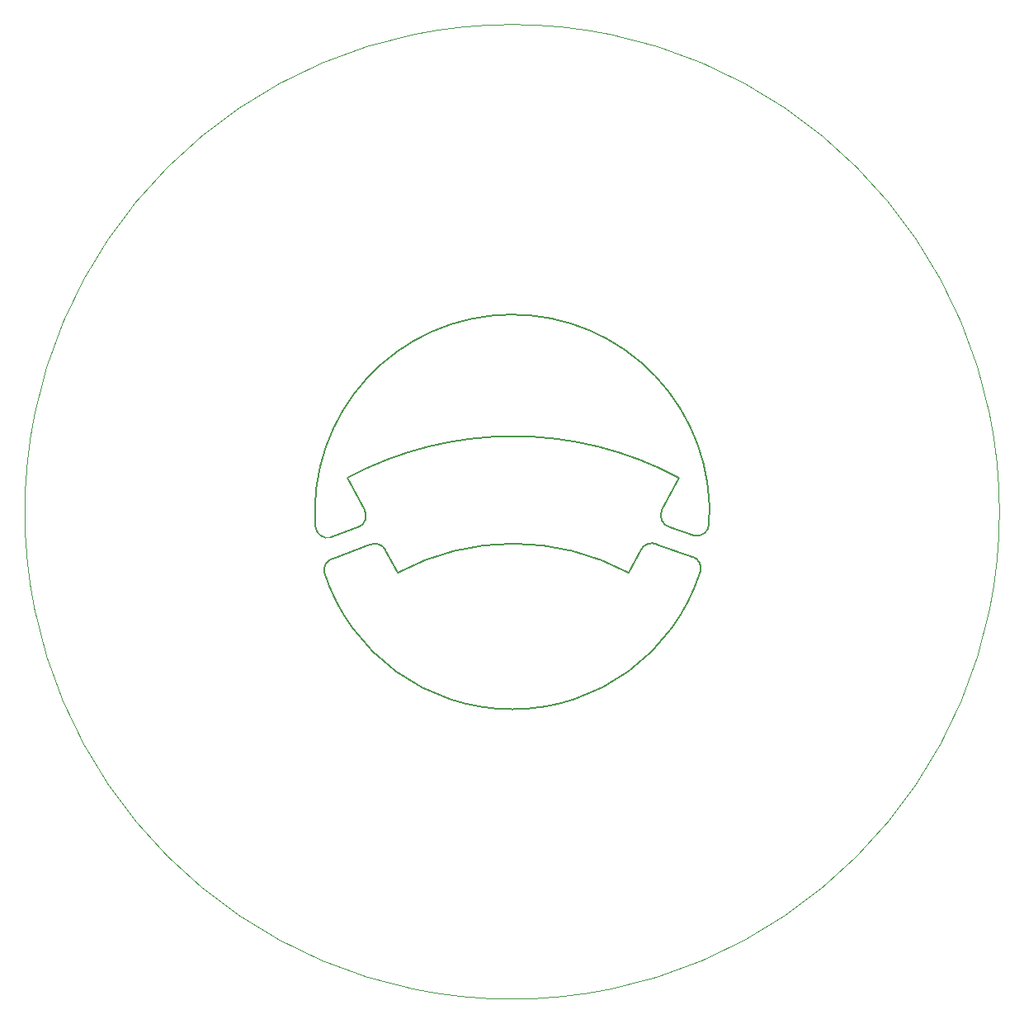
<source format=gbr>
%FSLAX34Y34*%
G04 Gerber Fmt 3.4, Leading zero omitted, Abs format*
G04 (created by PCBNEW (2014-06-29 BZR 4957)-product) date Sat 26 Jul 2014 07:30:18 PM CEST*
%MOIN*%
G01*
G70*
G90*
G04 APERTURE LIST*
%ADD10C,0.003937*%
%ADD11C,0.007874*%
G04 APERTURE END LIST*
G54D10*
G54D11*
X67012Y-37879D02*
G75*
G03X51106Y-38007I-7957J478D01*
G74*
G01*
X51468Y-39858D02*
G75*
G03X66649Y-39834I7586J2456D01*
G74*
G01*
X54429Y-39862D02*
X53944Y-38944D01*
X51822Y-39279D02*
X53307Y-38724D01*
X51716Y-38440D02*
X52885Y-38007D01*
X52885Y-38007D02*
G75*
G03X53094Y-37334I-232J440D01*
G74*
G01*
X51105Y-38008D02*
G75*
G03X51716Y-38440I500J59D01*
G74*
G01*
X51821Y-39280D02*
G75*
G03X51468Y-39854I123J-471D01*
G74*
G01*
X53944Y-38947D02*
G75*
G03X53311Y-38724I-441J-241D01*
G74*
G01*
X65425Y-38027D02*
X66413Y-38370D01*
X66415Y-38369D02*
G75*
G03X67011Y-37889I92J495D01*
G74*
G01*
X65104Y-37328D02*
G75*
G03X65421Y-38023I450J-214D01*
G74*
G01*
X63759Y-39862D02*
X64259Y-38925D01*
X64893Y-38708D02*
X66346Y-39208D01*
X66650Y-39836D02*
G75*
G03X66346Y-39208I-471J159D01*
G74*
G01*
X64892Y-38706D02*
G75*
G03X64259Y-38925I-195J-458D01*
G74*
G01*
X65795Y-36027D02*
X65106Y-37326D01*
X52401Y-36023D02*
X53094Y-37334D01*
X65797Y-36028D02*
G75*
G03X52401Y-36023I-6702J-12494D01*
G74*
G01*
X63761Y-39862D02*
G75*
G03X54429Y-39862I-4666J-8660D01*
G74*
G01*
G54D10*
X78740Y-37401D02*
G75*
G03X78740Y-37401I-19685J0D01*
G74*
G01*
M02*

</source>
